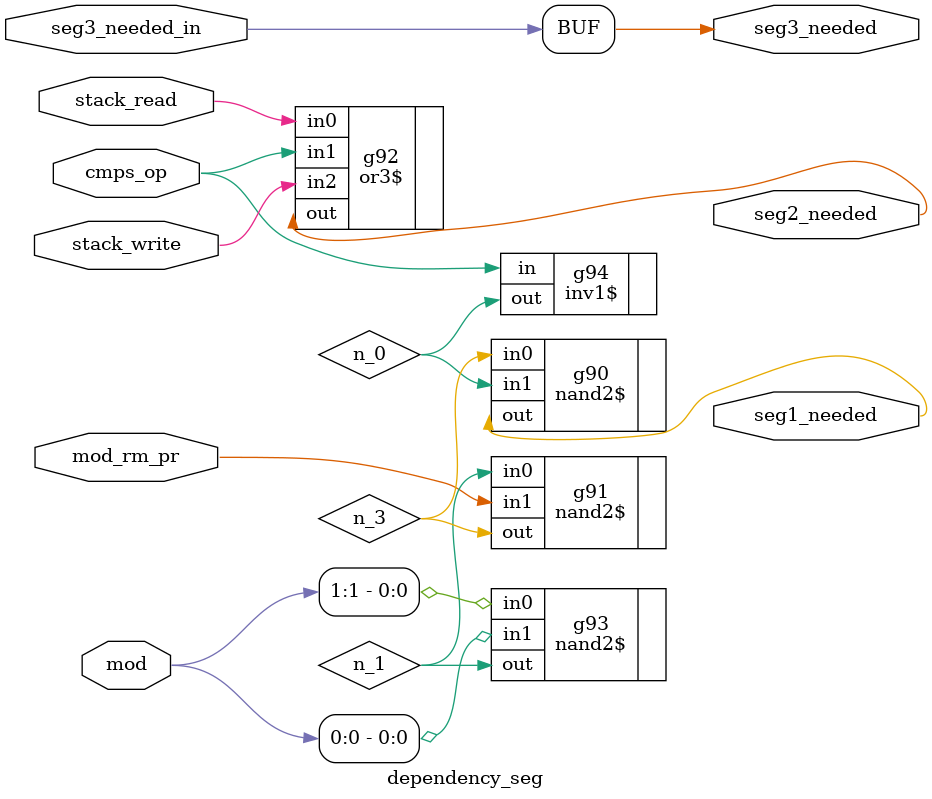
<source format=v>


// Verification Directory fv/dependency_seg 

module dependency_seg(cmps_op, mod, mod_rm_pr, stack_read, stack_write,
     seg3_needed_in, seg1_needed, seg2_needed, seg3_needed);
  input cmps_op, mod_rm_pr, stack_read, stack_write, seg3_needed_in;
  input [1:0] mod;
  output seg1_needed, seg2_needed, seg3_needed;
  wire cmps_op, mod_rm_pr, stack_read, stack_write, seg3_needed_in;
  wire [1:0] mod;
  wire seg1_needed, seg2_needed, seg3_needed;
  wire n_0, n_1, n_3;
  assign seg3_needed = seg3_needed_in;
  nand2$ g90(.in0 (n_3), .in1 (n_0), .out (seg1_needed));
  nand2$ g91(.in0 (n_1), .in1 (mod_rm_pr), .out (n_3));
  or3$ g92(.in0 (stack_read), .in1 (cmps_op), .in2 (stack_write), .out
       (seg2_needed));
  nand2$ g93(.in0 (mod[1]), .in1 (mod[0]), .out (n_1));
  inv1$ g94(.in (cmps_op), .out (n_0));
endmodule


</source>
